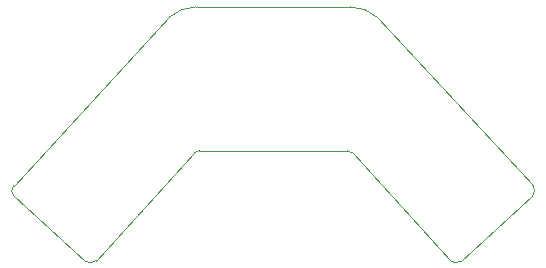
<source format=gbr>
%TF.GenerationSoftware,KiCad,Pcbnew,7.0.9-7.0.9~ubuntu22.04.1*%
%TF.CreationDate,2023-12-28T22:57:34-08:00*%
%TF.ProjectId,kraken-can-adapter,6b72616b-656e-42d6-9361-6e2d61646170,1*%
%TF.SameCoordinates,Original*%
%TF.FileFunction,Profile,NP*%
%FSLAX46Y46*%
G04 Gerber Fmt 4.6, Leading zero omitted, Abs format (unit mm)*
G04 Created by KiCad (PCBNEW 7.0.9-7.0.9~ubuntu22.04.1) date 2023-12-28 22:57:34*
%MOMM*%
%LPD*%
G01*
G04 APERTURE LIST*
%TA.AperFunction,Profile*%
%ADD10C,0.100000*%
%TD*%
G04 APERTURE END LIST*
D10*
X84262076Y-122086222D02*
G75*
G03*
X84301134Y-122987119I466324J-431078D01*
G01*
X115042400Y-107836029D02*
G75*
G03*
X112750107Y-106957204I-2292300J-2550171D01*
G01*
X128177172Y-122985753D02*
X122135862Y-128477853D01*
X112964965Y-119333899D02*
G75*
G03*
X112495056Y-119126029I-469865J-427101D01*
G01*
X99728199Y-106958577D02*
G75*
G03*
X97435902Y-107837390I1J-3429023D01*
G01*
X128177181Y-122985763D02*
G75*
G03*
X128216280Y-122084810I-427181J469863D01*
G01*
X99728199Y-106958570D02*
X112750107Y-106957204D01*
X99983172Y-119127337D02*
X112495056Y-119126029D01*
X121238838Y-128435152D02*
G75*
G03*
X122135862Y-128477853I469862J427152D01*
G01*
X90342451Y-128479212D02*
G75*
G03*
X91239453Y-128436504I427149J469812D01*
G01*
X84262026Y-122086176D02*
X97435902Y-107837390D01*
X115042404Y-107836024D02*
X128216280Y-122084810D01*
X90342444Y-128479219D02*
X84301134Y-122987119D01*
X99513376Y-119335189D02*
X91239453Y-128436504D01*
X99983172Y-119127312D02*
G75*
G03*
X99513377Y-119335190I128J-635088D01*
G01*
X121238853Y-128435138D02*
X112964984Y-119333882D01*
M02*

</source>
